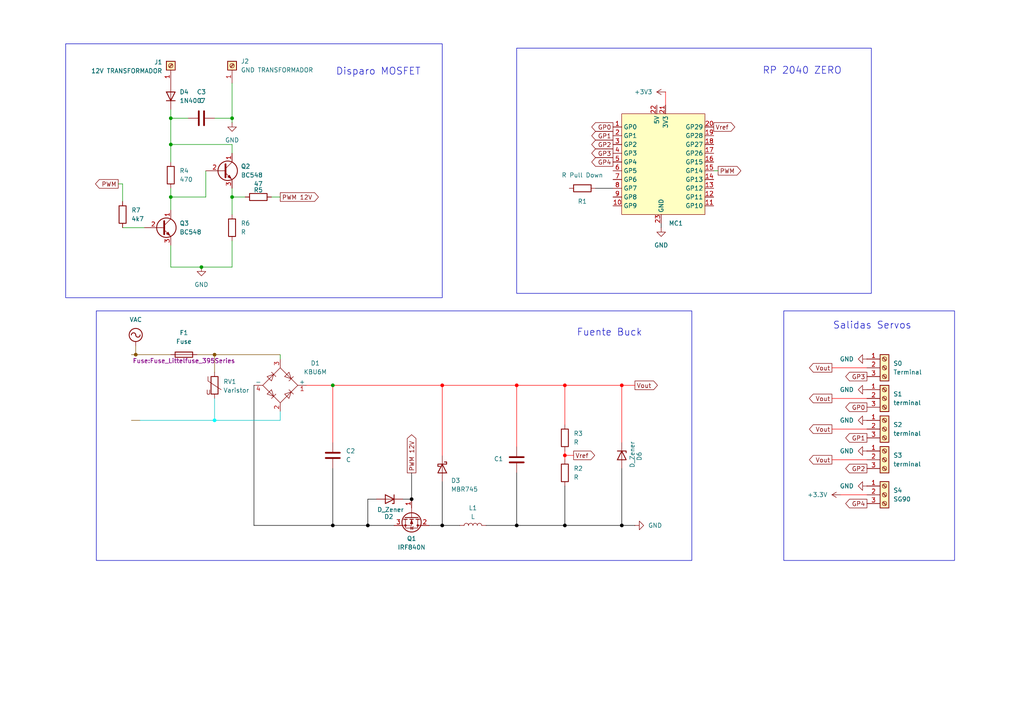
<source format=kicad_sch>
(kicad_sch (version 20231120) (generator "eeschema") (generator_version "8.0")
  (paper "A4")
  (title_block (title "Esquematico Fuente Conmutada Reductora"))
  (lib_symbols
    (symbol "Connector:Screw_Terminal_01x01" (pin_names (offset 1.016) hide)
      (property "Reference" "J" (at 0 2.54 0))
      (property "Value" "Screw_Terminal_01x01" (at 0 -2.54 0))
      (symbol "Screw_Terminal_01x01_1_1"
        (rectangle (start -1.27 1.27) (end 1.27 -1.27) (stroke (width 0.254)) (fill (type background)))
        (polyline (pts (xy -0.5334 0.3302) (xy 0.3302 -0.508)) (stroke (width 0.1524)))
        (polyline (pts (xy -0.3556 0.508) (xy 0.508 -0.3302)) (stroke (width 0.1524)))
        (circle (center 0 0) (radius 0.635) (stroke (width 0.1524)))
        (pin passive line (at -5.08 0 0) (length 3.81) (name "Pin_1") (number "1"))
      )
    )
    (symbol "Connector:Screw_Terminal_01x03" (pin_names (offset 1.016) hide)
      (property "Reference" "J" (at 0 5.08 0))
      (property "Value" "Screw_Terminal_01x03" (at 0 -5.08 0))
      (symbol "Screw_Terminal_01x03_1_1"
        (rectangle (start -1.27 3.81) (end 1.27 -3.81) (stroke (width 0.254)) (fill (type background)))
        (circle (center 0 -2.54) (radius 0.635) (stroke (width 0.1524)))
        (polyline (pts (xy -0.5334 -2.2098) (xy 0.3302 -3.048)) (stroke (width 0.1524)))
        (polyline (pts (xy -0.5334 0.3302) (xy 0.3302 -0.508)) (stroke (width 0.1524)))
        (polyline (pts (xy -0.5334 2.8702) (xy 0.3302 2.032)) (stroke (width 0.1524)))
        (polyline (pts (xy -0.3556 -2.032) (xy 0.508 -2.8702)) (stroke (width 0.1524)))
        (polyline (pts (xy -0.3556 0.508) (xy 0.508 -0.3302)) (stroke (width 0.1524)))
        (polyline (pts (xy -0.3556 3.048) (xy 0.508 2.2098)) (stroke (width 0.1524)))
        (circle (center 0 0) (radius 0.635) (stroke (width 0.1524)))
        (circle (center 0 2.54) (radius 0.635) (stroke (width 0.1524)))
        (pin passive line (at -5.08 2.54 0) (length 3.81) (name "Pin_1") (number "1"))
        (pin passive line (at -5.08 0 0) (length 3.81) (name "Pin_2") (number "2"))
        (pin passive line (at -5.08 -2.54 0) (length 3.81) (name "Pin_3") (number "3"))
      )
    )
    (symbol "Device:C" (pin_numbers hide) (pin_names (offset 0.254))
      (property "Reference" "C" (at 0.635 2.54 0))
      (property "Value" "C" (at 0.635 -2.54 0))
      (symbol "C_0_1"
        (polyline (pts (xy -2.032 -0.762) (xy 2.032 -0.762)) (stroke (width 0.508)))
        (polyline (pts (xy -2.032 0.762) (xy 2.032 0.762)) (stroke (width 0.508)))
      )
      (symbol "C_1_1"
        (pin passive line (at 0 3.81 270) (length 2.794) (name "~") (number "1"))
        (pin passive line (at 0 -3.81 90) (length 2.794) (name "~") (number "2"))
      )
    )
    (symbol "Device:D_Zener" (pin_numbers hide) (pin_names (offset 1.016) hide)
      (property "Reference" "D" (at 0 2.54 0))
      (property "Value" "D_Zener" (at 0 -2.54 0))
      (symbol "D_Zener_0_1"
        (polyline (pts (xy 1.27 0) (xy -1.27 0)))
        (polyline (pts (xy -1.27 -1.27) (xy -1.27 1.27) (xy -0.762 1.27)) (stroke (width 0.254)))
        (polyline (pts (xy 1.27 -1.27) (xy 1.27 1.27) (xy -1.27 0) (xy 1.27 -1.27)) (stroke (width 0.254)))
      )
      (symbol "D_Zener_1_1"
        (pin passive line (at -3.81 0 0) (length 2.54) (name "K") (number "1"))
        (pin passive line (at 3.81 0 180) (length 2.54) (name "A") (number "2"))
      )
    )
    (symbol "Device:Fuse" (pin_numbers hide) (pin_names (offset 0))
      (property "Reference" "F" (at 2.032 0 90))
      (property "Value" "Fuse" (at -1.905 0 90))
      (symbol "Fuse_0_1"
        (rectangle (start -0.762 -2.54) (end 0.762 2.54) (stroke (width 0.254)))
        (polyline (pts (xy 0 2.54) (xy 0 -2.54)))
      )
      (symbol "Fuse_1_1"
        (pin passive line (at 0 3.81 270) (length 1.27) (name "~") (number "1"))
        (pin passive line (at 0 -3.81 90) (length 1.27) (name "~") (number "2"))
      )
    )
    (symbol "Device:L" (pin_numbers hide) (pin_names (offset 1.016) hide)
      (property "Reference" "L" (at -1.27 0 90))
      (property "Value" "L" (at 1.905 0 90))
      (symbol "L_0_1"
        (arc (start 0 -2.54) (mid 0.6323 -1.905) (end 0 -1.27))
        (arc (start 0 -1.27) (mid 0.6323 -0.635) (end 0 0))
        (arc (start 0 0) (mid 0.6323 0.635) (end 0 1.27))
        (arc (start 0 1.27) (mid 0.6323 1.905) (end 0 2.54))
      )
      (symbol "L_1_1"
        (pin passive line (at 0 3.81 270) (length 1.27) (name "1") (number "1"))
        (pin passive line (at 0 -3.81 90) (length 1.27) (name "2") (number "2"))
      )
    )
    (symbol "Device:R" (pin_numbers hide) (pin_names (offset 0))
      (property "Reference" "R" (at 2.032 0 90))
      (property "Value" "R" (at 0 0 90))
      (symbol "R_0_1"
        (rectangle (start -1.016 -2.54) (end 1.016 2.54) (stroke (width 0.254)))
      )
      (symbol "R_1_1"
        (pin passive line (at 0 3.81 270) (length 1.27) (name "~") (number "1"))
        (pin passive line (at 0 -3.81 90) (length 1.27) (name "~") (number "2"))
      )
    )
    (symbol "Device:Varistor" (pin_numbers hide) (pin_names (offset 0))
      (property "Reference" "RV" (at 3.175 0 90))
      (property "Value" "Varistor" (at -3.175 0 90))
      (symbol "Varistor_0_0"
        (text "U" (at -1.778 -2.032 0) (effects (font (size 1.27 1.27))))
      )
      (symbol "Varistor_0_1"
        (rectangle (start -1.016 -2.54) (end 1.016 2.54) (stroke (width 0.254)))
        (polyline (pts (xy -1.905 2.54) (xy -1.905 1.27) (xy 1.905 -1.27)))
      )
      (symbol "Varistor_1_1"
        (pin passive line (at 0 3.81 270) (length 1.27) (name "~") (number "1"))
        (pin passive line (at 0 -3.81 90) (length 1.27) (name "~") (number "2"))
      )
    )
    (symbol "Diode:1N4007" (pin_numbers hide) (pin_names hide)
      (property "Reference" "D" (at 0 2.54 0))
      (property "Value" "1N4007" (at 0 -2.54 0))
      (symbol "1N4007_0_1"
        (polyline (pts (xy -1.27 1.27) (xy -1.27 -1.27)) (stroke (width 0.254)))
        (polyline (pts (xy 1.27 0) (xy -1.27 0)))
        (polyline (pts (xy 1.27 1.27) (xy 1.27 -1.27) (xy -1.27 0) (xy 1.27 1.27)) (stroke (width 0.254)))
      )
      (symbol "1N4007_1_1"
        (pin passive line (at -3.81 0 0) (length 2.54) (name "K") (number "1"))
        (pin passive line (at 3.81 0 180) (length 2.54) (name "A") (number "2"))
      )
    )
    (symbol "Diode:MBR745" (pin_numbers hide) (pin_names (offset 1.016) hide)
      (property "Reference" "D" (at 0 2.54 0))
      (property "Value" "MBR745" (at 0 -2.54 0))
      (symbol "MBR745_0_1"
        (polyline (pts (xy 1.27 0) (xy -1.27 0)))
        (polyline (pts (xy 1.27 1.27) (xy 1.27 -1.27) (xy -1.27 0) (xy 1.27 1.27)) (stroke (width 0.254)))
        (polyline (pts (xy -1.905 0.635) (xy -1.905 1.27) (xy -1.27 1.27) (xy -1.27 -1.27) (xy -0.635 -1.27) (xy -0.635 -0.635)) (stroke (width 0.254)))
      )
      (symbol "MBR745_1_1"
        (pin passive line (at -3.81 0 0) (length 2.54) (name "K") (number "1"))
        (pin passive line (at 3.81 0 180) (length 2.54) (name "A") (number "2"))
      )
    )
    (symbol "Diode_Bridge:KBU6M" (pin_names (offset 0))
      (property "Reference" "D" (at 2.54 6.985 0))
      (property "Value" "KBU6M" (at 2.54 5.08 0))
      (symbol "KBU6M_0_1"
        (polyline (pts (xy -2.54 3.81) (xy -1.27 2.54)))
        (polyline (pts (xy -1.27 -2.54) (xy -2.54 -3.81)))
        (polyline (pts (xy 2.54 -1.27) (xy 3.81 -2.54)))
        (polyline (pts (xy 2.54 1.27) (xy 3.81 2.54)))
        (polyline (pts (xy -3.81 2.54) (xy -2.54 1.27) (xy -1.905 3.175) (xy -3.81 2.54)))
        (polyline (pts (xy -2.54 -1.27) (xy -3.81 -2.54) (xy -1.905 -3.175) (xy -2.54 -1.27)))
        (polyline (pts (xy 1.27 2.54) (xy 2.54 3.81) (xy 3.175 1.905) (xy 1.27 2.54)))
        (polyline (pts (xy 3.175 -1.905) (xy 1.27 -2.54) (xy 2.54 -3.81) (xy 3.175 -1.905)))
        (polyline (pts (xy -5.08 0) (xy 0 -5.08) (xy 5.08 0) (xy 0 5.08) (xy -5.08 0)))
      )
      (symbol "KBU6M_1_1"
        (pin passive line (at 7.62 0 180) (length 2.54) (name "+") (number "1"))
        (pin passive line (at 0 -7.62 90) (length 2.54) (name "~") (number "2"))
        (pin passive line (at 0 7.62 270) (length 2.54) (name "~") (number "3"))
        (pin passive line (at -7.62 0 0) (length 2.54) (name "-") (number "4"))
      )
    )
    (symbol "RP2040-Zero:RP2040-Zero"
      (property "Reference" "RZ" (at 0 0 0))
      (property "Value" "RP2040-Zero" (at 0 -2.54 0))
      (symbol "RP2040-Zero_0_1"
        (rectangle (start -11.43 -15.24) (end 12.7 13.97) (fill (type background)))
      )
      (symbol "RP2040-Zero_1_1"
        (pin bidirectional line (at -13.97 10.16 0) (length 2.54) (name "GP0") (number "1"))
        (pin bidirectional line (at -13.97 -12.7 0) (length 2.54) (name "GP9") (number "10"))
        (pin bidirectional line (at 15.24 -12.7 180) (length 2.54) (name "GP10") (number "11"))
        (pin bidirectional line (at 15.24 -10.16 180) (length 2.54) (name "GP11") (number "12"))
        (pin bidirectional line (at 15.24 -7.62 180) (length 2.54) (name "GP12") (number "13"))
        (pin bidirectional line (at 15.24 -5.08 180) (length 2.54) (name "GP13") (number "14"))
        (pin bidirectional line (at 15.24 -2.54 180) (length 2.54) (name "GP14") (number "15"))
        (pin bidirectional line (at 15.24 0 180) (length 2.54) (name "GP15") (number "16"))
        (pin bidirectional line (at 15.24 2.54 180) (length 2.54) (name "GP26") (number "17"))
        (pin bidirectional line (at 15.24 5.08 180) (length 2.54) (name "GP27") (number "18"))
        (pin bidirectional line (at 15.24 7.62 180) (length 2.54) (name "GP28") (number "19"))
        (pin bidirectional line (at -13.97 7.62 0) (length 2.54) (name "GP1") (number "2"))
        (pin bidirectional line (at 15.24 10.16 180) (length 2.54) (name "GP29") (number "20"))
        (pin power_in line (at 1.27 16.51 270) (length 2.54) (name "3V3") (number "21"))
        (pin power_in line (at -1.27 16.51 270) (length 2.54) (name "5V") (number "22"))
        (pin power_in line (at 0 -17.78 90) (length 2.54) (name "GND") (number "23"))
        (pin bidirectional line (at -13.97 5.08 0) (length 2.54) (name "GP2") (number "3"))
        (pin bidirectional line (at -13.97 2.54 0) (length 2.54) (name "GP3") (number "4"))
        (pin bidirectional line (at -13.97 0 0) (length 2.54) (name "GP4") (number "5"))
        (pin bidirectional line (at -13.97 -2.54 0) (length 2.54) (name "GP5") (number "6"))
        (pin bidirectional line (at -13.97 -5.08 0) (length 2.54) (name "GP6") (number "7"))
        (pin bidirectional line (at -13.97 -7.62 0) (length 2.54) (name "GP7") (number "8"))
        (pin bidirectional line (at -13.97 -10.16 0) (length 2.54) (name "GP8") (number "9"))
      )
    )
    (symbol "Transistor_BJT:BC548" (pin_names (offset 0) hide)
      (property "Reference" "Q" (at 5.08 1.905 0))
      (property "Value" "BC548" (at 5.08 0 0))
      (symbol "BC548_0_1"
        (polyline (pts (xy 0 0) (xy 0.635 0)))
        (polyline (pts (xy 0.635 0.635) (xy 2.54 2.54)))
        (polyline (pts (xy 0.635 -0.635) (xy 2.54 -2.54) (xy 2.54 -2.54)))
        (polyline (pts (xy 0.635 1.905) (xy 0.635 -1.905) (xy 0.635 -1.905)) (stroke (width 0.508)))
        (polyline (pts (xy 1.27 -1.778) (xy 1.778 -1.27) (xy 2.286 -2.286) (xy 1.27 -1.778) (xy 1.27 -1.778)) (fill (type outline)))
        (circle (center 1.27 0) (radius 2.8194) (stroke (width 0.254)))
      )
      (symbol "BC548_1_1"
        (pin passive line (at 2.54 5.08 270) (length 2.54) (name "C") (number "1"))
        (pin input line (at -5.08 0 0) (length 5.08) (name "B") (number "2"))
        (pin passive line (at 2.54 -5.08 90) (length 2.54) (name "E") (number "3"))
      )
    )
    (symbol "Transistor_FET:IRF540N" (pin_names hide)
      (property "Reference" "Q" (at 6.35 1.905 0))
      (property "Value" "IRF540N" (at 6.35 0 0))
      (symbol "IRF540N_0_1"
        (polyline (pts (xy 0.254 0) (xy -2.54 0)))
        (polyline (pts (xy 0.254 1.905) (xy 0.254 -1.905)) (stroke (width 0.254)))
        (polyline (pts (xy 0.762 -1.27) (xy 0.762 -2.286)) (stroke (width 0.254)))
        (polyline (pts (xy 0.762 0.508) (xy 0.762 -0.508)) (stroke (width 0.254)))
        (polyline (pts (xy 0.762 2.286) (xy 0.762 1.27)) (stroke (width 0.254)))
        (polyline (pts (xy 2.54 2.54) (xy 2.54 1.778)))
        (polyline (pts (xy 2.54 -2.54) (xy 2.54 0) (xy 0.762 0)))
        (polyline (pts (xy 0.762 -1.778) (xy 3.302 -1.778) (xy 3.302 1.778) (xy 0.762 1.778)))
        (polyline (pts (xy 1.016 0) (xy 2.032 0.381) (xy 2.032 -0.381) (xy 1.016 0)) (fill (type outline)))
        (polyline (pts (xy 2.794 0.508) (xy 2.921 0.381) (xy 3.683 0.381) (xy 3.81 0.254)))
        (polyline (pts (xy 3.302 0.381) (xy 2.921 -0.254) (xy 3.683 -0.254) (xy 3.302 0.381)))
        (circle (center 1.651 0) (radius 2.794) (stroke (width 0.254)))
        (circle (center 2.54 -1.778) (radius 0.254) (fill (type outline)))
        (circle (center 2.54 1.778) (radius 0.254) (fill (type outline)))
      )
      (symbol "IRF540N_1_1"
        (pin input line (at -5.08 0 0) (length 2.54) (name "G") (number "1"))
        (pin passive line (at 2.54 5.08 270) (length 2.54) (name "D") (number "2"))
        (pin passive line (at 2.54 -5.08 90) (length 2.54) (name "S") (number "3"))
      )
    )
    (symbol "power:+3.3V" (power) (pin_numbers hide) (pin_names (offset 0) hide)
      (property "Value" "+3.3V" (at 0 3.556 0))
      (symbol "+3.3V_0_1"
        (polyline (pts (xy -0.762 1.27) (xy 0 2.54)))
        (polyline (pts (xy 0 0) (xy 0 2.54)))
        (polyline (pts (xy 0 2.54) (xy 0.762 1.27)))
      )
      (symbol "+3.3V_1_1"
        (pin power_in line (at 0 0 90) (length 0) (name "~") (number "1"))
      )
    )
    (symbol "power:+3V3" (power) (pin_numbers hide) (pin_names (offset 0) hide)
      (property "Value" "+3V3" (at 0 3.556 0))
      (symbol "+3V3_0_1"
        (polyline (pts (xy -0.762 1.27) (xy 0 2.54)))
        (polyline (pts (xy 0 0) (xy 0 2.54)))
        (polyline (pts (xy 0 2.54) (xy 0.762 1.27)))
      )
      (symbol "+3V3_1_1"
        (pin power_in line (at 0 0 90) (length 0) (name "~") (number "1"))
      )
    )
    (symbol "power:GND" (power) (pin_numbers hide) (pin_names (offset 0) hide)
      (property "Value" "GND" (at 0 -3.81 0))
      (symbol "GND_0_1"
        (polyline (pts (xy 0 0) (xy 0 -1.27) (xy 1.27 -1.27) (xy 0 -2.54) (xy -1.27 -1.27) (xy 0 -1.27)))
      )
      (symbol "GND_1_1"
        (pin power_in line (at 0 0 270) (length 0) (name "~") (number "1"))
      )
    )
    (symbol "power:VAC" (power) (pin_numbers hide) (pin_names (offset 0) hide)
      (property "Value" "VAC" (at 0 6.35 0))
      (symbol "VAC_0_1"
        (polyline (pts (xy 0 0) (xy 0 1.27)))
        (arc (start 0 3.175) (mid -0.635 3.8073) (end -1.27 3.175) (stroke (width 0.254)))
        (arc (start 0 3.175) (mid 0.635 2.5427) (end 1.27 3.175) (stroke (width 0.254)))
        (circle (center 0 3.175) (radius 1.905) (stroke (width 0.254)))
      )
      (symbol "VAC_1_1"
        (pin power_in line (at 0 0 90) (length 0) (name "~") (number "1"))
      )
    )
  )
  (junction (at 62.23 121.92) (color 0 255 255 1))
  (junction (at 119.38 144.78) (color 0 0 0 1))
  (junction (at 96.52 152.4) (color 0 0 0 1))
  (junction (at 180.34 152.4) (color 0 0 0 1))
  (junction (at 58.42 77.47))
  (junction (at 128.27 152.4) (color 0 0 0 1))
  (junction (at 128.27 111.76) (color 255 0 0 1))
  (junction (at 39.37 102.87) (color 128 77 0 1))
  (junction (at 67.31 34.29))
  (junction (at 163.83 132.08) (color 255 0 0 1))
  (junction (at 163.83 111.76) (color 255 0 0 1))
  (junction (at 49.53 41.91))
  (junction (at 49.53 57.15))
  (junction (at 67.31 57.15))
  (junction (at 149.86 152.4) (color 0 0 0 1))
  (junction (at 180.34 111.76) (color 255 0 0 1))
  (junction (at 106.68 152.4) (color 0 0 0 1))
  (junction (at 149.86 111.76) (color 255 0 0 1))
  (junction (at 49.53 34.29))
  (junction (at 62.23 102.87) (color 128 77 0 1))
  (junction (at 96.52 111.76))
  (junction (at 163.83 152.4) (color 0 0 0 1))
  (wire (pts (xy 163.83 132.08) (xy 163.83 133.35)) (stroke (width 0) (color 255 0 0 1)))
  (wire (pts (xy 67.31 44.45) (xy 67.31 41.91)))
  (wire (pts (xy 49.53 71.12) (xy 49.53 77.47)))
  (wire (pts (xy 67.31 57.15) (xy 71.12 57.15)))
  (wire (pts (xy 128.27 111.76) (xy 149.86 111.76)) (stroke (width 0) (color 255 0 0 1)))
  (wire (pts (xy 106.68 144.78) (xy 106.68 152.4)) (stroke (width 0) (color 0 0 0 1)))
  (wire (pts (xy 114.3 152.4) (xy 106.68 152.4)) (stroke (width 0) (color 0 0 0 1)))
  (wire (pts (xy 163.83 130.81) (xy 163.83 132.08)) (stroke (width 0) (color 255 0 0 1)))
  (wire (pts (xy 67.31 34.29) (xy 67.31 35.56)))
  (wire (pts (xy 67.31 24.13) (xy 67.31 34.29)))
  (wire (pts (xy 49.53 77.47) (xy 58.42 77.47)))
  (wire (pts (xy 62.23 121.92) (xy 81.28 121.92)) (stroke (width 0) (color 0 194 194 1)))
  (wire (pts (xy 96.52 111.76) (xy 96.52 128.27)) (stroke (width 0) (color 255 0 0 1)))
  (wire (pts (xy 180.34 152.4) (xy 184.15 152.4)) (stroke (width 0) (color 0 0 0 1)))
  (wire (pts (xy 149.86 111.76) (xy 163.83 111.76)) (stroke (width 0) (color 255 0 0 1)))
  (wire (pts (xy 62.23 115.57) (xy 62.23 121.92)) (stroke (width 0) (color 0 194 194 1)))
  (wire (pts (xy 241.3 124.46) (xy 251.46 124.46)) (stroke (width 0) (color 255 0 0 1)))
  (wire (pts (xy 35.56 66.04) (xy 41.91 66.04)))
  (wire (pts (xy 180.34 111.76) (xy 180.34 128.27)) (stroke (width 0) (color 255 0 0 1)))
  (wire (pts (xy 180.34 111.76) (xy 184.15 111.76)) (stroke (width 0) (color 255 0 0 1)))
  (wire (pts (xy 81.28 102.87) (xy 81.28 104.14)))
  (wire (pts (xy 119.38 144.78) (xy 116.84 144.78)) (stroke (width 0) (color 0 0 0 1)))
  (wire (pts (xy 241.3 106.68) (xy 251.46 106.68)) (stroke (width 0) (color 255 0 0 1)))
  (wire (pts (xy 59.69 49.53) (xy 59.69 57.15)))
  (wire (pts (xy 106.68 144.78) (xy 109.22 144.78)) (stroke (width 0) (color 0 0 0 1)))
  (wire (pts (xy 96.52 152.4) (xy 106.68 152.4)) (stroke (width 0) (color 0 0 0 1)))
  (wire (pts (xy 58.42 77.47) (xy 67.31 77.47)))
  (wire (pts (xy 40.64 121.92) (xy 62.23 121.92)) (stroke (width 0) (color 0 194 194 1)))
  (wire (pts (xy 241.3 133.35) (xy 251.46 133.35)) (stroke (width 0) (color 255 0 0 1)))
  (wire (pts (xy 119.38 137.16) (xy 119.38 144.78)) (stroke (width 0) (color 0 0 0 1)))
  (wire (pts (xy 163.83 152.4) (xy 180.34 152.4)) (stroke (width 0) (color 0 0 0 1)))
  (wire (pts (xy 34.29 53.34) (xy 35.56 53.34)))
  (wire (pts (xy 163.83 132.08) (xy 166.37 132.08)) (stroke (width 0) (color 255 0 0 1)))
  (wire (pts (xy 163.83 111.76) (xy 163.83 123.19)) (stroke (width 0) (color 255 0 0 1)))
  (wire (pts (xy 62.23 102.87) (xy 81.28 102.87)) (stroke (width 0) (color 128 77 0 1)))
  (wire (pts (xy 193.04 26.67) (xy 193.04 30.48)) (stroke (width 0) (color 255 0 0 1)))
  (wire (pts (xy 78.74 57.15) (xy 81.28 57.15)))
  (wire (pts (xy 67.31 57.15) (xy 67.31 62.23)))
  (wire (pts (xy 207.01 49.53) (xy 208.28 49.53)))
  (wire (pts (xy 49.53 41.91) (xy 49.53 46.99)))
  (wire (pts (xy 191.77 64.77) (xy 191.77 66.04)) (stroke (width 0) (color 0 0 0 1)))
  (wire (pts (xy 180.34 135.89) (xy 180.34 152.4)) (stroke (width 0) (color 0 0 0 1)))
  (wire (pts (xy 49.53 34.29) (xy 54.61 34.29)))
  (wire (pts (xy 241.3 115.57) (xy 251.46 115.57)) (stroke (width 0) (color 255 0 0 1)))
  (wire (pts (xy 35.56 53.34) (xy 35.56 58.42)))
  (wire (pts (xy 49.53 31.75) (xy 49.53 34.29)))
  (wire (pts (xy 243.84 143.51) (xy 251.46 143.51)) (stroke (width 0) (color 255 0 0 1)))
  (wire (pts (xy 96.52 111.76) (xy 128.27 111.76)) (stroke (width 0) (color 255 0 0 1)))
  (wire (pts (xy 67.31 41.91) (xy 49.53 41.91)))
  (wire (pts (xy 81.28 119.38) (xy 81.28 121.92)) (stroke (width 0) (color 0 194 194 1)))
  (wire (pts (xy 140.97 152.4) (xy 149.86 152.4)) (stroke (width 0) (color 0 0 0 1)))
  (wire (pts (xy 49.53 57.15) (xy 59.69 57.15)))
  (wire (pts (xy 149.86 152.4) (xy 163.83 152.4)) (stroke (width 0) (color 0 0 0 1)))
  (wire (pts (xy 73.66 111.76) (xy 73.66 152.4)) (stroke (width 0) (color 0 0 0 1)))
  (wire (pts (xy 73.66 152.4) (xy 96.52 152.4)) (stroke (width 0) (color 0 0 0 1)))
  (wire (pts (xy 40.64 121.92) (xy 38.1 121.92)) (stroke (width 0) (color 128 77 0 1)))
  (wire (pts (xy 49.53 54.61) (xy 49.53 57.15)))
  (wire (pts (xy 128.27 139.7) (xy 128.27 152.4)) (stroke (width 0) (color 0 0 0 1)))
  (wire (pts (xy 163.83 152.4) (xy 163.83 140.97)) (stroke (width 0) (color 0 0 0 1)))
  (wire (pts (xy 62.23 34.29) (xy 67.31 34.29)))
  (wire (pts (xy 57.15 102.87) (xy 62.23 102.87)) (stroke (width 0) (color 128 77 0 1)))
  (wire (pts (xy 172.72 54.61) (xy 177.8 54.61)) (stroke (width 0) (color 0 0 0 1)))
  (wire (pts (xy 88.9 111.76) (xy 96.52 111.76)) (stroke (width 0) (color 255 0 0 1)))
  (wire (pts (xy 49.53 57.15) (xy 49.53 60.96)))
  (wire (pts (xy 39.37 102.87) (xy 49.53 102.87)) (stroke (width 0) (color 128 77 0 1)))
  (wire (pts (xy 67.31 54.61) (xy 67.31 57.15)))
  (wire (pts (xy 149.86 137.16) (xy 149.86 152.4)) (stroke (width 0) (color 0 0 0 1)))
  (wire (pts (xy 39.37 102.87) (xy 39.37 100.33)) (stroke (width 0) (color 128 77 0 1)))
  (wire (pts (xy 62.23 102.87) (xy 62.23 107.95)) (stroke (width 0) (color 128 77 0 1)))
  (wire (pts (xy 149.86 111.76) (xy 149.86 129.54)) (stroke (width 0) (color 255 0 0 1)))
  (wire (pts (xy 128.27 152.4) (xy 133.35 152.4)) (stroke (width 0) (color 0 0 0 1)))
  (wire (pts (xy 39.37 102.87) (xy 38.1 102.87)) (stroke (width 0) (color 128 77 0 1)))
  (wire (pts (xy 96.52 135.89) (xy 96.52 152.4)) (stroke (width 0) (color 0 0 0 1)))
  (wire (pts (xy 163.83 111.76) (xy 180.34 111.76)) (stroke (width 0) (color 255 0 0 1)))
  (wire (pts (xy 67.31 69.85) (xy 67.31 77.47)))
  (wire (pts (xy 49.53 34.29) (xy 49.53 41.91)))
  (wire (pts (xy 124.46 152.4) (xy 128.27 152.4)) (stroke (width 0) (color 0 0 0 1)))
  (wire (pts (xy 128.27 111.76) (xy 128.27 132.08)) (stroke (width 0) (color 255 0 0 1)))
  (rectangle (start 27.94 90.17) (end 200.66 162.56))
  (rectangle (start 19.05 12.7) (end 128.27 86.36))
  (rectangle (start 149.86 13.97) (end 252.73 85.09))
  (rectangle (start 227.33 90.17) (end 276.86 162.56))
  (text "RP 2040 ZERO" (at 232.664 20.574 0) (effects (font (size 2.032 2.032))))
  (text "Salidas Servos\n" (at 252.984 94.488 0) (effects (font (size 2.032 2.032))))
  (text "Disparo MOSFET\n" (at 109.728 20.828 0) (effects (font (size 2.032 2.032))))
  (text "Fuente Buck" (at 176.784 96.52 0) (effects (font (size 2.032 2.032))))
  (global_label "PWM 12V" (shape output) (at 119.38 137.16 90) (property "Intersheetrefs" "${INTERSHEET_REFS}" (effects (hide yes))))
  (global_label "GP0" (shape output) (at 177.8 36.83 180) (property "Intersheetrefs" "${INTERSHEET_REFS}" (effects (hide yes))))
  (global_label "Vref" (shape output) (at 166.37 132.08 0) (property "Intersheetrefs" "${INTERSHEET_REFS}" (effects (hide yes))))
  (global_label "GP4" (shape output) (at 251.46 146.05 180) (property "Intersheetrefs" "${INTERSHEET_REFS}" (effects (hide yes))))
  (global_label "GP0" (shape output) (at 251.46 118.11 180) (property "Intersheetrefs" "${INTERSHEET_REFS}" (effects (hide yes))))
  (global_label "PWM" (shape output) (at 34.29 53.34 180) (property "Intersheetrefs" "${INTERSHEET_REFS}" (effects (hide yes))))
  (global_label "Vout" (shape output) (at 241.3 106.68 180) (property "Intersheetrefs" "${INTERSHEET_REFS}" (effects (hide yes))))
  (global_label "Vout" (shape output) (at 184.15 111.76 0) (property "Intersheetrefs" "${INTERSHEET_REFS}" (effects (hide yes))))
  (global_label "PWM 12V" (shape output) (at 81.28 57.15 0) (property "Intersheetrefs" "${INTERSHEET_REFS}" (effects (hide yes))))
  (global_label "GP1" (shape output) (at 251.46 127 180) (property "Intersheetrefs" "${INTERSHEET_REFS}" (effects (hide yes))))
  (global_label "GP3" (shape output) (at 177.8 44.45 180) (property "Intersheetrefs" "${INTERSHEET_REFS}" (effects (hide yes))))
  (global_label "Vout" (shape output) (at 241.3 124.46 180) (property "Intersheetrefs" "${INTERSHEET_REFS}" (effects (hide yes))))
  (global_label "Vout" (shape output) (at 241.3 115.57 180) (property "Intersheetrefs" "${INTERSHEET_REFS}" (effects (hide yes))))
  (global_label "GP2" (shape output) (at 251.46 135.89 180) (property "Intersheetrefs" "${INTERSHEET_REFS}" (effects (hide yes))))
  (global_label "GP1" (shape output) (at 177.8 39.37 180) (property "Intersheetrefs" "${INTERSHEET_REFS}" (effects (hide yes))))
  (global_label "Vout" (shape output) (at 241.3 133.35 180) (property "Intersheetrefs" "${INTERSHEET_REFS}" (effects (hide yes))))
  (global_label "GP2" (shape output) (at 177.8 41.91 180) (property "Intersheetrefs" "${INTERSHEET_REFS}" (effects (hide yes))))
  (global_label "GP4" (shape output) (at 177.8 46.99 180) (property "Intersheetrefs" "${INTERSHEET_REFS}" (effects (hide yes))))
  (global_label "Vref" (shape output) (at 207.01 36.83 0) (property "Intersheetrefs" "${INTERSHEET_REFS}" (effects (hide yes))))
  (global_label "GP3" (shape output) (at 251.46 109.22 180) (property "Intersheetrefs" "${INTERSHEET_REFS}" (effects (hide yes))))
  (global_label "PWM" (shape output) (at 208.28 49.53 0) (property "Intersheetrefs" "${INTERSHEET_REFS}" (effects (hide yes))))
  (symbol (lib_id "Device:Varistor") (at 62.23 111.76 0) (unit 1)
    (property "Reference" "RV1" (at 64.77 110.6832 0) (effects (justify left)))
    (property "Value" "Varistor" (at 64.77 113.2232 0) (effects (justify left)))
    (property "Footprint" "Fuse:Fuse_BelFuse_0ZRE0016FF_L9.9mm_W3.8mm" (effects (hide yes)))
    (property "Description" "Voltage dependent resistor" (effects (hide yes)))
    (property "Sim.Name" "kicad_builtin_varistor" (effects (hide yes)))
    (property "Sim.Device" "SUBCKT" (effects (hide yes)))
    (property "Sim.Pins" "1=A 2=B" (effects (hide yes)))
    (property "Sim.Params" "threshold=1k" (effects (hide yes)))
    (property "Sim.Library" "${KICAD7_SYMBOL_DIR}/Simulation_SPICE.sp" (effects (hide yes)))
  )
  (symbol (lib_id "Device:C") (at 96.52 132.08 0) (unit 1)
    (property "Reference" "C2" (at 100.33 130.8099 0) (effects (justify left)))
    (property "Value" "C" (at 100.33 133.3499 0) (effects (justify left)))
    (property "Footprint" "Capacitor_THT:C_Radial_D18.0mm_H35.5mm_P7.50mm" (effects (hide yes)))
    (property "Description" "Unpolarized capacitor" (effects (hide yes)))
  )
  (symbol (lib_id "Device:R") (at 163.83 127 0) (unit 1)
    (property "Reference" "R3" (at 166.37 125.7299 0) (effects (justify left)))
    (property "Value" "R" (at 166.37 128.2699 0) (effects (justify left)))
    (property "Footprint" "Resistor_THT:R_Axial_DIN0204_L3.6mm_D1.6mm_P7.62mm_Horizontal" (effects (hide yes)))
    (property "Description" "Resistor" (effects (hide yes)))
  )
  (symbol (lib_id "Diode:MBR745") (at 128.27 135.89 270) (unit 1)
    (property "Reference" "D3" (at 130.81 139.3824 90) (effects (justify left)))
    (property "Value" "MBR745" (at 130.81 141.9224 90) (effects (justify left)))
    (property "Footprint" "Package_TO_SOT_THT:TO-220-2_Vertical" (effects (hide yes)))
    (property "Datasheet" "http://www.onsemi.com/pub_link/Collateral/MBR735-D.PDF" (effects (hide yes)))
  )
  (symbol (lib_id "Diode_Bridge:KBU6M") (at 81.28 111.76 0) (unit 1)
    (property "Reference" "D1" (at 91.44 105.3398 0))
    (property "Value" "KBU6M" (at 91.44 107.8798 0))
    (property "Footprint" "Diode_THT:Diode_Bridge_Vishay_KBU" (effects (hide yes)))
    (property "Datasheet" "http://www.vishay.com/docs/88656/kbu6.pdf" (effects (hide yes)))
  )
  (symbol (lib_id "power:GND") (at 251.46 130.81 270) (unit 1)
    (property "Reference" "#PWR08" (effects (hide yes)))
    (property "Value" "GND" (at 247.65 130.8099 90) (effects (justify right)))
    (property "Description" "Power symbol creates a global label with name \"GND\" , ground" (effects (hide yes)))
  )
  (symbol (lib_id "Connector:Screw_Terminal_01x03") (at 256.54 115.57 0) (unit 1)
    (property "Reference" "S1" (at 259.08 114.2999 0) (effects (justify left)))
    (property "Value" "terminal" (at 259.08 116.8399 0) (effects (justify left)))
    (property "Footprint" "TerminalBlock:TerminalBlock_Xinya_XY308-2.54-3P_1x03_P2.54mm_Horizontal" (effects (hide yes)))
    (property "Description" "Generic screw terminal, single row, 01x03, script generated (kicad-library-utils/schlib/autogen/connector/)" (effects (hide yes)))
  )
  (symbol (lib_id "Diode:1N4007") (at 49.53 27.94 90) (unit 1)
    (property "Reference" "D4" (at 52.07 26.6699 90) (effects (justify right)))
    (property "Value" "1N4007" (at 52.07 29.2099 90) (effects (justify right)))
    (property "Footprint" "Diode_THT:D_DO-35_SOD27_P7.62mm_Horizontal" (effects (hide yes)))
    (property "Datasheet" "http://www.vishay.com/docs/88503/1n4001.pdf" (effects (hide yes)))
    (property "Description" "1000V 1A General Purpose Rectifier Diode, DO-41" (effects (hide yes)))
    (property "Sim.Device" "D" (effects (hide yes)))
    (property "Sim.Pins" "1=K 2=A" (effects (hide yes)))
  )
  (symbol (lib_id "Connector:Screw_Terminal_01x03") (at 256.54 133.35 0) (unit 1)
    (property "Reference" "S3" (at 259.08 132.0799 0) (effects (justify left)))
    (property "Value" "terminal" (at 259.08 134.6199 0) (effects (justify left)))
    (property "Footprint" "TerminalBlock:TerminalBlock_Xinya_XY308-2.54-3P_1x03_P2.54mm_Horizontal" (effects (hide yes)))
    (property "Description" "Generic screw terminal, single row, 01x03, script generated (kicad-library-utils/schlib/autogen/connector/)" (effects (hide yes)))
  )
  (symbol (lib_id "Device:L") (at 137.16 152.4 90) (unit 1)
    (property "Reference" "L1" (at 137.16 147.32 90))
    (property "Value" "L" (at 137.16 149.86 90))
    (property "Footprint" "Inductor_THT:L_Radial_D27.9mm_P18.29mm_Vishay_IHB-3" (effects (hide yes)))
  )
  (symbol (lib_id "Device:R") (at 163.83 137.16 0) (unit 1)
    (property "Reference" "R2" (at 166.37 135.8899 0) (effects (justify left)))
    (property "Value" "R" (at 166.37 138.4299 0) (effects (justify left)))
    (property "Footprint" "Resistor_THT:R_Axial_DIN0204_L3.6mm_D1.6mm_P7.62mm_Horizontal" (effects (hide yes)))
    (property "Description" "Resistor" (effects (hide yes)))
  )
  (symbol (lib_id "Device:R") (at 74.93 57.15 90) (unit 1)
    (property "Reference" "R5" (at 74.93 55.118 90))
    (property "Value" "47" (at 74.93 53.34 90))
    (property "Footprint" "Resistor_THT:R_Axial_DIN0204_L3.6mm_D1.6mm_P7.62mm_Horizontal" (effects (hide yes)))
    (property "Description" "Resistor" (effects (hide yes)))
  )
  (symbol (lib_id "power:GND") (at 251.46 121.92 270) (unit 1)
    (property "Reference" "#PWR09" (effects (hide yes)))
    (property "Value" "GND" (at 247.65 121.9199 90) (effects (justify right)))
    (property "Description" "Power symbol creates a global label with name \"GND\" , ground" (effects (hide yes)))
  )
  (symbol (lib_id "power:GND") (at 67.31 35.56 0) (unit 1)
    (property "Reference" "#PWR03" (effects (hide yes)))
    (property "Value" "GND" (at 67.31 40.64 0))
    (property "Description" "Power symbol creates a global label with name \"GND\" , ground" (effects (hide yes)))
  )
  (symbol (lib_id "power:GND") (at 251.46 113.03 270) (unit 1)
    (property "Reference" "#PWR010" (effects (hide yes)))
    (property "Value" "GND" (at 247.65 113.0299 90) (effects (justify right)))
    (property "Description" "Power symbol creates a global label with name \"GND\" , ground" (effects (hide yes)))
  )
  (symbol (lib_id "Device:R") (at 67.31 66.04 0) (unit 1)
    (property "Reference" "R6" (at 69.85 64.7699 0) (effects (justify left)))
    (property "Value" "R" (at 69.85 67.3099 0) (effects (justify left)))
    (property "Description" "Resistor" (effects (hide yes)))
  )
  (symbol (lib_id "Transistor_BJT:BC548") (at 64.77 49.53 0) (unit 1)
    (property "Reference" "Q2" (at 69.85 48.2599 0) (effects (justify left)))
    (property "Value" "BC548" (at 69.85 50.7999 0) (effects (justify left)))
    (property "Footprint" "Package_TO_SOT_THT:TO-92_Wide" (effects (hide yes)))
    (property "Datasheet" "https://www.onsemi.com/pub/Collateral/BC550-D.pdf" (effects (hide yes)))
    (property "Description" "0.1A Ic, 30V Vce, Small Signal NPN Transistor, TO-92" (effects (hide yes)))
  )
  (symbol (lib_id "RP2040-Zero:RP2040-Zero") (at 191.77 46.99 0) (unit 1)
    (property "Reference" "MC1" (at 193.9641 64.77 0) (effects (justify left)))
    (property "Value" "RP2040-Zero" (effects (hide yes)))
    (property "Footprint" "rp2040-zero:RP2040-Zero" (effects (hide yes)))
  )
  (symbol (lib_id "Device:R") (at 35.56 62.23 180) (unit 1)
    (property "Reference" "R7" (at 38.1 60.9599 0) (effects (justify right)))
    (property "Value" "4k7" (at 38.1 63.4999 0) (effects (justify right)))
    (property "Footprint" "Resistor_THT:R_Axial_DIN0204_L3.6mm_D1.6mm_P7.62mm_Horizontal" (effects (hide yes)))
    (property "Description" "Resistor" (effects (hide yes)))
  )
  (symbol (lib_id "Device:R") (at 168.91 54.61 90) (unit 1)
    (property "Reference" "R1" (at 168.91 58.42 90))
    (property "Value" "R Pull Down" (at 168.91 50.8 90))
    (property "Footprint" "Resistor_THT:R_Axial_DIN0204_L3.6mm_D1.6mm_P7.62mm_Horizontal" (effects (hide yes)))
    (property "Description" "Resistor" (effects (hide yes)))
  )
  (symbol (lib_id "Device:C") (at 58.42 34.29 90) (unit 1)
    (property "Reference" "C3" (at 58.42 26.67 90))
    (property "Value" "C" (at 58.42 29.21 90))
    (property "Footprint" "Capacitor_THT:C_Radial_D10.0mm_H20.0mm_P5.00mm" (effects (hide yes)))
    (property "Description" "Unpolarized capacitor" (effects (hide yes)))
  )
  (symbol (lib_id "Transistor_BJT:BC548") (at 46.99 66.04 0) (unit 1)
    (property "Reference" "Q3" (at 52.07 64.7699 0) (effects (justify left)))
    (property "Value" "BC548" (at 52.07 67.3099 0) (effects (justify left)))
    (property "Footprint" "Package_TO_SOT_THT:TO-92_Wide" (effects (hide yes)))
    (property "Datasheet" "https://www.onsemi.com/pub/Collateral/BC550-D.pdf" (effects (hide yes)))
    (property "Description" "0.1A Ic, 30V Vce, Small Signal NPN Transistor, TO-92" (effects (hide yes)))
  )
  (symbol (lib_id "power:GND") (at 191.77 66.04 0) (unit 1)
    (property "Reference" "#PWR012" (effects (hide yes)))
    (property "Value" "GND" (at 191.77 71.12 0))
    (property "Description" "Power symbol creates a global label with name \"GND\" , ground" (effects (hide yes)))
  )
  (symbol (lib_id "Device:C") (at 149.86 133.35 0) (unit 1)
    (property "Reference" "C1" (at 143.256 133.096 0) (effects (justify left)))
    (property "Value" "C" (effects (hide yes)))
    (property "Footprint" "Capacitor_THT:CP_Radial_D7.5mm_P2.50mm" (effects (hide yes)))
  )
  (symbol (lib_id "power:VAC") (at 39.37 100.33 0) (unit 1)
    (property "Reference" "#PWR05" (effects (hide yes)))
    (property "Value" "VAC" (at 39.37 92.71 0))
    (property "Description" "Power symbol creates a global label with name \"VAC\"" (effects (hide yes)))
  )
  (symbol (lib_id "power:+3.3V") (at 243.84 143.51 90) (unit 1)
    (property "Reference" "#PWR04" (effects (hide yes)))
    (property "Value" "+3.3V" (at 240.03 143.5099 90) (effects (justify left)))
    (property "Description" "Power symbol creates a global label with name \"+3.3V\"" (effects (hide yes)))
  )
  (symbol (lib_id "power:GND") (at 251.46 140.97 270) (unit 1)
    (property "Reference" "#PWR07" (effects (hide yes)))
    (property "Value" "GND" (at 247.65 140.9699 90) (effects (justify right)))
    (property "Description" "Power symbol creates a global label with name \"GND\" , ground" (effects (hide yes)))
  )
  (symbol (lib_id "power:GND") (at 184.15 152.4 90) (unit 1)
    (property "Reference" "#PWR013" (effects (hide yes)))
    (property "Value" "GND" (at 187.96 152.3999 90) (effects (justify right)))
    (property "Description" "Power symbol creates a global label with name \"GND\" , ground" (effects (hide yes)))
  )
  (symbol (lib_id "Connector:Screw_Terminal_01x03") (at 256.54 124.46 0) (unit 1)
    (property "Reference" "S2" (at 259.08 123.1899 0) (effects (justify left)))
    (property "Value" "terminal" (at 259.08 125.7299 0) (effects (justify left)))
    (property "Footprint" "TerminalBlock:TerminalBlock_Xinya_XY308-2.54-3P_1x03_P2.54mm_Horizontal" (effects (hide yes)))
    (property "Description" "Generic screw terminal, single row, 01x03, script generated (kicad-library-utils/schlib/autogen/connector/)" (effects (hide yes)))
  )
  (symbol (lib_id "power:+3V3") (at 193.04 26.67 90) (unit 1)
    (property "Reference" "#PWR02" (effects (hide yes)))
    (property "Value" "+3V3" (at 189.23 26.6699 90) (effects (justify left)))
    (property "Description" "Power symbol creates a global label with name \"+3V3\"" (effects (hide yes)))
  )
  (symbol (lib_id "Transistor_FET:IRF540N") (at 119.38 149.86 270) (unit 1)
    (property "Reference" "Q1" (at 119.38 156.21 90))
    (property "Value" "IRF840N" (at 119.38 158.75 90))
    (property "Footprint" "Package_TO_SOT_THT:TO-220-3_Vertical" (effects (hide yes)))
    (property "Datasheet" "http://www.irf.com/product-info/datasheets/data/irf540n.pdf" (effects (hide yes)))
  )
  (symbol (lib_id "Connector:Screw_Terminal_01x01") (at 67.31 19.05 90) (unit 1)
    (property "Reference" "J2" (at 69.85 17.7799 90) (effects (justify right)))
    (property "Value" "GND TRANSFORMADOR" (at 69.85 20.32 90) (effects (justify right)))
    (property "Footprint" "Connector_PinHeader_1.00mm:PinHeader_1x01_P1.00mm_Vertical" (effects (hide yes)))
    (property "Description" "Generic screw terminal, single row, 01x01, script generated (kicad-library-utils/schlib/autogen/connector/)" (effects (hide yes)))
  )
  (symbol (lib_id "Connector:Screw_Terminal_01x03") (at 256.54 106.68 0) (unit 1)
    (property "Reference" "S0" (at 259.08 105.4099 0) (effects (justify left)))
    (property "Value" "Terminal" (at 259.08 107.9499 0) (effects (justify left)))
    (property "Footprint" "TerminalBlock:TerminalBlock_Xinya_XY308-2.54-3P_1x03_P2.54mm_Horizontal" (effects (hide yes)))
    (property "Description" "Generic screw terminal, single row, 01x03, script generated (kicad-library-utils/schlib/autogen/connector/)" (effects (hide yes)))
  )
  (symbol (lib_id "Connector:Screw_Terminal_01x01") (at 49.53 19.05 90) (unit 1)
    (property "Reference" "J1" (at 44.704 18.034 90) (effects (justify right)))
    (property "Value" "12V TRANSFORMADOR" (at 26.416 20.574 90) (effects (justify right)))
    (property "Footprint" "Connector_PinHeader_1.00mm:PinHeader_1x01_P1.00mm_Vertical" (effects (hide yes)))
    (property "Description" "Generic screw terminal, single row, 01x01, script generated (kicad-library-utils/schlib/autogen/connector/)" (effects (hide yes)))
  )
  (symbol (lib_id "Device:D_Zener") (at 113.03 144.78 180) (unit 1)
    (property "Reference" "D2" (at 112.776 149.86 0))
    (property "Value" "D_Zener" (at 113.284 147.828 0))
    (property "Footprint" "Diode_THT:D_DO-35_SOD27_P7.62mm_Horizontal" (effects (hide yes)))
    (property "Description" "Zener diode" (effects (hide yes)))
  )
  (symbol (lib_id "Connector:Screw_Terminal_01x03") (at 256.54 143.51 0) (unit 1)
    (property "Reference" "S4" (at 259.08 142.2399 0) (effects (justify left)))
    (property "Value" "SG90" (at 259.08 144.7799 0) (effects (justify left)))
    (property "Footprint" "TerminalBlock:TerminalBlock_Xinya_XY308-2.54-3P_1x03_P2.54mm_Horizontal" (effects (hide yes)))
    (property "Description" "Generic screw terminal, single row, 01x03, script generated (kicad-library-utils/schlib/autogen/connector/)" (effects (hide yes)))
  )
  (symbol (lib_id "Device:Fuse") (at 53.34 102.87 90) (unit 1)
    (property "Reference" "F1" (at 53.34 96.52 90))
    (property "Value" "Fuse" (at 53.34 99.06 90))
    (property "Footprint" "Fuse:Fuse_Littelfuse_395Series" (at 53.34 104.648 90))
    (property "Description" "Fuse" (effects (hide yes)))
  )
  (symbol (lib_id "power:GND") (at 251.46 104.14 270) (unit 1)
    (property "Reference" "#PWR011" (effects (hide yes)))
    (property "Value" "GND" (at 247.65 104.1399 90) (effects (justify right)))
    (property "Description" "Power symbol creates a global label with name \"GND\" , ground" (effects (hide yes)))
  )
  (symbol (lib_id "Device:R") (at 49.53 50.8 0) (unit 1)
    (property "Reference" "R4" (at 52.07 49.5299 0) (effects (justify left)))
    (property "Value" "470" (at 52.07 52.0699 0) (effects (justify left)))
    (property "Footprint" "Resistor_THT:R_Axial_DIN0204_L3.6mm_D1.6mm_P7.62mm_Horizontal" (effects (hide yes)))
    (property "Description" "Resistor" (effects (hide yes)))
  )
  (symbol (lib_id "power:GND") (at 58.42 77.47 0) (unit 1)
    (property "Reference" "#PWR06" (effects (hide yes)))
    (property "Value" "GND" (at 58.42 82.55 0))
    (property "Description" "Power symbol creates a global label with name \"GND\" , ground" (effects (hide yes)))
  )
  (symbol (lib_id "Device:D_Zener") (at 180.34 132.08 270) (unit 1)
    (property "Reference" "D6" (at 185.42 132.334 0))
    (property "Value" "D_Zener" (at 183.388 131.826 0))
    (property "Footprint" "Diode_THT:D_DO-35_SOD27_P7.62mm_Horizontal" (effects (hide yes)))
    (property "Description" "Zener diode" (effects (hide yes)))
  )
)
</source>
